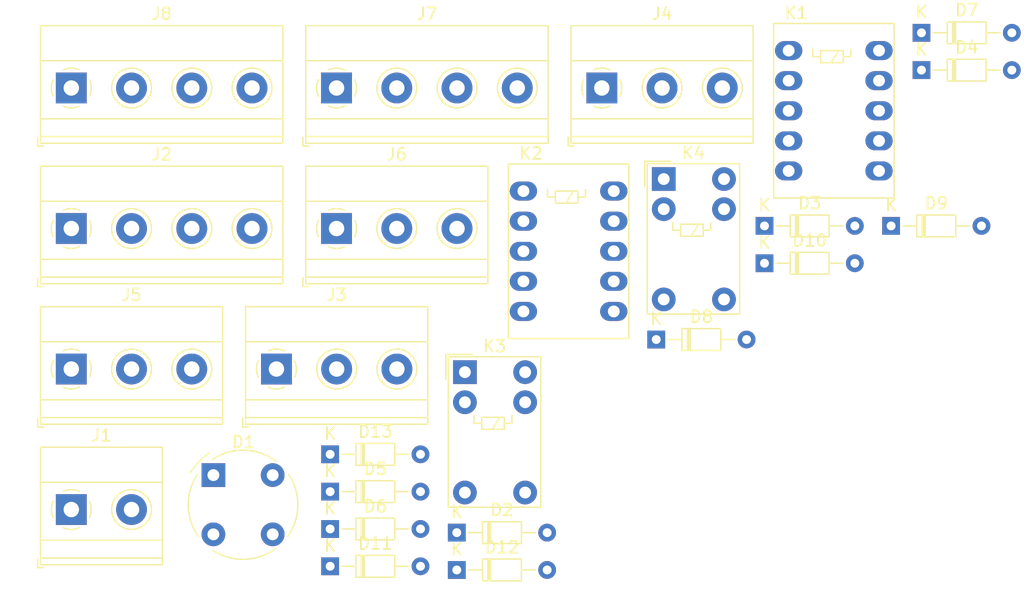
<source format=kicad_pcb>
(kicad_pcb (version 20211014) (generator pcbnew)
  (layers (0 "F.Cu" signal) (31 "B.Cu" signal) (34 "B.Paste" user) (35 "F.Paste" user) (36 "B.SilkS" user "B.Silkscreen") (37 "F.SilkS" user "F.Silkscreen") (38 "B.Mask" user) (39 "F.Mask" user) (44 "Edge.Cuts" user))
  (net 0 "")
  (net 1 "VCC")
  (net 2 "/pow2")
  (net 3 "GND")
  (net 4 "/pow1")
  (net 5 "Net-(D2-Pad1)")
  (net 6 "/track1")
  (net 7 "Net-(D3-Pad1)")
  (net 8 "Net-(D4-Pad1)")
  (net 9 "Net-(D5-Pad1)")
  (net 10 "/DCC_B")
  (net 11 "/track2")
  (net 12 "/DCC_A")
  (net 13 "Net-(D10-Pad2)")
  (net 14 "Net-(D10-Pad1)")
  (net 15 "Net-(D11-Pad1)")
  (net 16 "Net-(D12-Pad1)")
  (net 17 "Net-(J3-Pad1)")
  (net 18 "Net-(J3-Pad3)")
  (net 19 "Net-(J4-Pad1)")
  (net 20 "Net-(J4-Pad3)")
  (net 21 "Net-(J5-Pad1)")
  (net 22 "Net-(J5-Pad3)")
  (net 23 "/stop1")
  (net 24 "/go1")
  (net 25 "/go2")
  (net 26 "/stop2")
  (footprint "Diode_THT:D_DO-34_SOD68_P7.62mm_Horizontal" (layer "F.Cu") (at 176.026228 82.006228)
    (fp_text reference "D12" (at 3.81 -1.92) (layer "F.SilkS"))
    (fp_text value "D")
    (fp_text user "K" (at 0 -1.75) (layer "F.SilkS"))
    (fp_line (start 5.45 -0.92) (end 2.17 -0.92) (layer "F.SilkS") (width 0.12))
    (fp_line (start 2.17 0.92) (end 5.45 0.92) (layer "F.SilkS") (width 0.12))
    (fp_line (start 2.17 -0.92) (end 2.17 0.92) (layer "F.SilkS") (width 0.12))
    (fp_line (start 6.63 0) (end 5.45 0) (layer "F.SilkS") (width 0.12))
    (fp_line (start 2.626 -0.92) (end 2.626 0.92) (layer "F.SilkS") (width 0.12))
    (fp_line (start 2.746 -0.92) (end 2.746 0.92) (layer "F.SilkS") (width 0.12))
    (fp_line (start 5.45 0.92) (end 5.45 -0.92) (layer "F.SilkS") (width 0.12))
    (fp_line (start 0.99 0) (end 2.17 0) (layer "F.SilkS") (width 0.12))
    (fp_line (start 2.866 -0.92) (end 2.866 0.92) (layer "F.SilkS") (width 0.12))
    (pad "1" thru_hole rect (at 0 0) (size 1.5 1.5) (drill 0.75) (layers *.Cu *.Mask) (net 16 "Net-(D12-Pad1)"))
    (pad "2" thru_hole oval (at 7.62 0) (size 1.5 1.5) (drill 0.75) (layers *.Cu *.Mask) (net 15 "Net-(D11-Pad1)"))
  )
  (footprint "Diode_THT:D_DO-34_SOD68_P7.62mm_Horizontal" (layer "F.Cu") (at 215.216228 39.816228)
    (fp_text reference "D4" (at 3.81 -1.92) (layer "F.SilkS"))
    (fp_text value "D")
    (fp_text user "K" (at 0 -1.75) (layer "F.SilkS"))
    (fp_line (start 2.626 -0.92) (end 2.626 0.92) (layer "F.SilkS") (width 0.12))
    (fp_line (start 2.17 0.92) (end 5.45 0.92) (layer "F.SilkS") (width 0.12))
    (fp_line (start 2.866 -0.92) (end 2.866 0.92) (layer "F.SilkS") (width 0.12))
    (fp_line (start 5.45 -0.92) (end 2.17 -0.92) (layer "F.SilkS") (width 0.12))
    (fp_line (start 0.99 0) (end 2.17 0) (layer "F.SilkS") (width 0.12))
    (fp_line (start 2.17 -0.92) (end 2.17 0.92) (layer "F.SilkS") (width 0.12))
    (fp_line (start 5.45 0.92) (end 5.45 -0.92) (layer "F.SilkS") (width 0.12))
    (fp_line (start 6.63 0) (end 5.45 0) (layer "F.SilkS") (width 0.12))
    (fp_line (start 2.746 -0.92) (end 2.746 0.92) (layer "F.SilkS") (width 0.12))
    (pad "1" thru_hole rect (at 0 0) (size 1.5 1.5) (drill 0.75) (layers *.Cu *.Mask) (net 8 "Net-(D4-Pad1)"))
    (pad "2" thru_hole oval (at 7.62 0) (size 1.5 1.5) (drill 0.75) (layers *.Cu *.Mask) (net 7 "Net-(D3-Pad1)"))
  )
  (footprint "Diode_THT:D_DO-34_SOD68_P7.62mm_Horizontal" (layer "F.Cu") (at 201.976228 52.966228)
    (fp_text reference "D3" (at 3.81 -1.92) (layer "F.SilkS"))
    (fp_text value "D")
    (fp_text user "K" (at 0 -1.75) (layer "F.SilkS"))
    (fp_line (start 2.746 -0.92) (end 2.746 0.92) (layer "F.SilkS") (width 0.12))
    (fp_line (start 2.17 -0.92) (end 2.17 0.92) (layer "F.SilkS") (width 0.12))
    (fp_line (start 2.866 -0.92) (end 2.866 0.92) (layer "F.SilkS") (width 0.12))
    (fp_line (start 6.63 0) (end 5.45 0) (layer "F.SilkS") (width 0.12))
    (fp_line (start 2.626 -0.92) (end 2.626 0.92) (layer "F.SilkS") (width 0.12))
    (fp_line (start 5.45 0.92) (end 5.45 -0.92) (layer "F.SilkS") (width 0.12))
    (fp_line (start 5.45 -0.92) (end 2.17 -0.92) (layer "F.SilkS") (width 0.12))
    (fp_line (start 2.17 0.92) (end 5.45 0.92) (layer "F.SilkS") (width 0.12))
    (fp_line (start 0.99 0) (end 2.17 0) (layer "F.SilkS") (width 0.12))
    (pad "1" thru_hole rect (at 0 0) (size 1.5 1.5) (drill 0.75) (layers *.Cu *.Mask) (net 7 "Net-(D3-Pad1)"))
    (pad "2" thru_hole oval (at 7.62 0) (size 1.5 1.5) (drill 0.75) (layers *.Cu *.Mask) (net 5 "Net-(D2-Pad1)"))
  )
  (footprint "Relay_THT:Relay_DPDT_FRT5" (layer "F.Cu") (at 204.016228 38.166228)
    (fp_text reference "K1" (at 0.635 -3.175) (layer "F.SilkS"))
    (fp_text value "AZ850P2-x")
    (fp_line (start 4.597 0) (end 2.692 0) (layer "F.SilkS") (width 0.12))
    (fp_line (start 4.216 0) (end 3.581 1.016) (layer "F.SilkS") (width 0.12))
    (fp_line (start 5.232 -0.127) (end 5.232 0.508) (layer "F.SilkS") (width 0.12))
    (fp_line (start -1.27 12.446) (end -1.27 -2.286) (layer "F.SilkS") (width 0.12))
    (fp_line (start 4.597 0) (end 4.597 1.016) (layer "F.SilkS") (width 0.12))
    (fp_line (start 2.032 0.508) (end 2.692 0.508) (layer "F.SilkS") (width 0.12))
    (fp_line (start 8.89 12.446) (end -1.27 12.446) (layer "F.SilkS") (width 0.12))
    (fp_line (start -1.27 -2.286) (end 8.89 -2.286) (layer "F.SilkS") (width 0.12))
    (fp_line (start 8.89 -2.286) (end 8.89 12.446) (layer "F.SilkS") (width 0.12))
    (fp_line (start 5.232 0.508) (end 4.597 0.508) (layer "F.SilkS") (width 0.12))
    (fp_line (start 2.032 -0.127) (end 2.032 0.508) (layer "F.SilkS") (width 0.12))
    (fp_line (start 2.692 1.016) (end 4.597 1.016) (layer "F.SilkS") (width 0.12))
    (fp_line (start 2.692 0) (end 2.692 1.016) (layer "F.SilkS") (width 0.12))
    (pad "1" thru_hole oval (at 0 0) (size 2.3 1.6) (drill 1) (layers *.Cu *.Mask) (net 1 "VCC"))
    (pad "2" thru_hole oval (at 0 2.54) (size 2.3 1.6) (drill 1) (layers *.Cu *.Mask) (net 6 "/track1"))
    (pad "3" thru_hole oval (at 0 5.08) (size 2.3 1.6) (drill 1) (layers *.Cu *.Mask) (net 10 "/DCC_B"))
    (pad "4" thru_hole oval (at 0 7.62) (size 2.3 1.6) (drill 1) (layers *.Cu *.Mask))
    (pad "5" thru_hole oval (at 0 10.16) (size 2.3 1.6) (drill 1) (layers *.Cu *.Mask) (net 25 "/go2"))
    (pad "6" thru_hole oval (at 7.62 10.16) (size 2.3 1.6) (drill 1) (layers *.Cu *.Mask) (net 23 "/stop1"))
    (pad "7" thru_hole oval (at 7.62 7.62) (size 2.3 1.6) (drill 1) (layers *.Cu *.Mask) (net 17 "Net-(J3-Pad1)"))
    (pad "8" thru_hole oval (at 7.62 5.08) (size 2.3 1.6) (drill 1) (layers *.Cu *.Mask) (net 3 "GND"))
    (pad "9" thru_hole oval (at 7.62 2.54) (size 2.3 1.6) (drill 1) (layers *.Cu *.Mask) (net 18 "Net-(J3-Pad3)"))
    (pad "10" thru_hole oval (at 7.62 0) (size 2.3 1.6) (drill 1) (layers *.Cu *.Mask) (net 1 "VCC"))
  )
  (footprint "TerminalBlock_Phoenix:TerminalBlock_Phoenix_MKDS-1,5-2-5.08_1x02_P5.08mm_Horizontal" (layer "F.Cu") (at 143.516228 76.906228)
    (fp_text reference "J1" (at 2.54 -6.26) (layer "F.SilkS"))
    (fp_text value "Screw_Terminal_01x02")
    (fp_line (start -2.6 -5.261) (end -2.6 4.66) (layer "F.SilkS") (width 0.12))
    (fp_line (start -2.6 -5.261) (end 7.68 -5.261) (layer "F.SilkS") (width 0.12))
    (fp_line (start 7.68 -5.261) (end 7.68 4.66) (layer "F.SilkS") (width 0.12))
    (fp_line (start 6.355 -1.069) (end 6.308 -1.023) (layer "F.SilkS") (width 0.12))
    (fp_line (start -2.84 4.16) (end -2.84 4.9) (layer "F.SilkS") (width 0.12))
    (fp_line (start -2.6 4.1) (end 7.68 4.1) (layer "F.SilkS") (width 0.12))
    (fp_line (start 6.15 -1.275) (end 6.115 -1.239) (layer "F.SilkS") (width 0.12))
    (fp_line (start -2.6 -2.301) (end 7.68 -2.301) (layer "F.SilkS") (width 0.12))
    (fp_line (start -2.84 4.9) (end -2.34 4.9) (layer "F.SilkS") (width 0.12))
    (fp_line (start 3.853 1.023) (end 3.806 1.069) (layer "F.SilkS") (width 0.12))
    (fp_line (start -2.6 2.6) (end 7.68 2.6) (layer "F.SilkS") (width 0.12))
    (fp_line (start -2.6 4.66) (end 7.68 4.66) (layer "F.SilkS") (width 0.12))
    (fp_line (start 4.046 1.239) (end 4.011 1.274) (layer "F.SilkS") (width 0.12))
    (fp_arc (start 0.683318 1.534756) (mid 0.349292 1.643288) (end 0 1.68) (layer "F.SilkS") (width 0.12))
    (fp_arc (start 0.028805 1.680253) (mid -0.335551 1.646659) (end -0.684 1.535) (layer "F.SilkS") (width 0.12))
    (fp_arc (start -0.683042 -1.535427) (mid 0.000524 -1.680501) (end 0.684 -1.535) (layer "F.SilkS") (width 0.12))
    (fp_arc (start -1.535427 0.683042) (mid -1.680501 -0.000524) (end -1.535 -0.684) (layer "F.SilkS") (width 0.12))
    (fp_arc (start 1.535427 -0.683042) (mid 1.680501 0.000524) (end 1.535 0.684) (layer "F.SilkS") (width 0.12))
    (fp_circle (center 5.08 0) (end 6.76 0) (layer "F.SilkS") (width 0.12) (fill none))
    (pad "1" thru_hole rect (at 0 0) (size 2.6 2.6) (drill 1.3) (layers *.Cu *.Mask) (net 4 "/pow1"))
    (pad "2" thru_hole circle (at 5.08 0) (size 2.6 2.6) (drill 1.3) (layers *.Cu *.Mask) (net 2 "/pow2"))
  )
  (footprint "Diode_THT:D_DO-34_SOD68_P7.62mm_Horizontal" (layer "F.Cu") (at 212.656228 52.966228)
    (fp_text reference "D9" (at 3.81 -1.92) (layer "F.SilkS"))
    (fp_text value "D")
    (fp_text user "K" (at 0 -1.75) (layer "F.SilkS"))
    (fp_line (start 2.746 -0.92) (end 2.746 0.92) (layer "F.SilkS") (width 0.12))
    (fp_line (start 5.45 -0.92) (end 2.17 -0.92) (layer "F.SilkS") (width 0.12))
    (fp_line (start 5.45 0.92) (end 5.45 -0.92) (layer "F.SilkS") (width 0.12))
    (fp_line (start 0.99 0) (end 2.17 0) (layer "F.SilkS") (width 0.12))
    (fp_line (start 6.63 0) (end 5.45 0) (layer "F.SilkS") (width 0.12))
    (fp_line (start 2.866 -0.92) (end 2.866 0.92) (layer "F.SilkS") (width 0.12))
    (fp_line (start 2.626 -0.92) (end 2.626 0.92) (layer "F.SilkS") (width 0.12))
    (fp_line (start 2.17 0.92) (end 5.45 0.92) (layer "F.SilkS") (width 0.12))
    (fp_line (start 2.17 -0.92) (end 2.17 0.92) (layer "F.SilkS") (width 0.12))
    (pad "1" thru_hole rect (at 0 0) (size 1.5 1.5) (drill 0.75) (layers *.Cu *.Mask) (net 13 "Net-(D10-Pad2)"))
    (pad "2" thru_hole oval (at 7.62 0) (size 1.5 1.5) (drill 0.75) (layers *.Cu *.Mask) (net 11 "/track2"))
  )
  (footprint "Diode_THT:D_DO-34_SOD68_P7.62mm_Horizontal" (layer "F.Cu") (at 165.346228 78.546228)
    (fp_text reference "D6" (at 3.81 -1.92) (layer "F.SilkS"))
    (fp_text value "D")
    (fp_text user "K" (at 0 -1.75) (layer "F.SilkS"))
    (fp_line (start 2.17 0.92) (end 5.45 0.92) (layer "F.SilkS") (width 0.12))
    (fp_line (start 5.45 -0.92) (end 2.17 -0.92) (layer "F.SilkS") (width 0.12))
    (fp_line (start 6.63 0) (end 5.45 0) (layer "F.SilkS") (width 0.12))
    (fp_line (start 2.866 -0.92) (end 2.866 0.92) (layer "F.SilkS") (width 0.12))
    (fp_line (start 5.45 0.92) (end 5.45 -0.92) (layer "F.SilkS") (width 0.12))
    (fp_line (start 2.17 -0.92) (end 2.17 0.92) (layer "F.SilkS") (width 0.12))
    (fp_line (start 2.626 -0.92) (end 2.626 0.92) (layer "F.SilkS") (width 0.12))
    (fp_line (start 2.746 -0.92) (end 2.746 0.92) (layer "F.SilkS") (width 0.12))
    (fp_line (start 0.99 0) (end 2.17 0) (layer "F.SilkS") (width 0.12))
    (pad "1" thru_hole rect (at 0 0) (size 1.5 1.5) (drill 0.75) (layers *.Cu *.Mask) (net 10 "/DCC_B"))
    (pad "2" thru_hole oval (at 7.62 0) (size 1.5 1.5) (drill 0.75) (layers *.Cu *.Mask) (net 9 "Net-(D5-Pad1)"))
  )
  (footprint "Relay_THT:Relay_SPDT_Omron_G5V-1" (layer "F.Cu") (at 193.481228 49.011228)
    (fp_text reference "K4" (at 2.5 -2.2) (layer "F.SilkS"))
    (fp_text value "G5V-1")
    (fp_line (start 3.962 3.683) (end 3.962 4.318) (layer "F.SilkS") (width 0.12))
    (fp_line (start 3.962 4.318) (end 3.327 4.318) (layer "F.SilkS") (width 0.12))
    (fp_line (start -1.4 11.4) (end -1.4 -1.3) (layer "F.SilkS") (width 0.12))
    (fp_line (start 6.4 -1.3) (end 6.4 11.4) (layer "F.SilkS") (width 0.12))
    (fp_line (start 2.946 3.81) (end 2.311 4.826) (layer "F.SilkS") (width 0.12))
    (fp_line (start 1.422 3.81) (end 1.422 4.826) (layer "F.SilkS") (width 0.12))
    (fp_line (start 6.4 11.4) (end -1.4 11.4) (layer "F.SilkS") (width 0.12))
    (fp_line (start 0.762 3.683) (end 0.762 4.318) (layer "F.SilkS") (width 0.12))
    (fp_line (start 3.327 3.81) (end 3.327 4.826) (layer "F.SilkS") (width 0.12))
    (fp_line (start 1.422 4.826) (end 3.327 4.826) (layer "F.SilkS") (width 0.12))
    (fp_line (start -1.4 -1.3) (end 6.4 -1.3) (layer "F.SilkS") (width 0.12))
    (fp_line (start -1.6 -1.5) (end 0.6 -1.5) (layer "F.SilkS") (width 0.12))
    (fp_line (start 0.762 4.318) (end 1.422 4.318) (layer "F.SilkS") (width 0.12))
    (fp_line (start 3.327 3.81) (end 1.422 3.81) (layer "F.SilkS") (width 0.12))
    (fp_line (start -1.6 0.6) (end -1.6 -1.5) (layer "F.SilkS") (width 0.12))
    (pad "1" thru_hole rect (at 0 0) (size 2 2) (drill 1) (layers *.Cu *.Mask))
    (pad "2" thru_hole circle (at 0 2.54) (size 2 2) (drill 1) (layers *.Cu *.Mask) (net 25 "/go2"))
    (pad "5" thru_hole circle (at 0 10.16) (size 2 2) (drill 1) (layers *.Cu *.Mask) (net 3 "GND"))
    (pad "6" thru_hole circle (at 5.08 10.16) (size 2 2) (drill 1) (layers *.Cu *.Mask) (net 3 "GND"))
    (pad "9" thru_hole circle (at 5.08 2.54) (size 2 2) (drill 1) (layers *.Cu *.Mask) (net 1 "VCC"))
    (pad "10" thru_hole circle (at 5.08 0) (size 2 2) (drill 1) (layers *.Cu *.Mask) (net 21 "Net-(J5-Pad1)"))
  )
  (footprint "Diode_THT:D_DO-34_SOD68_P7.62mm_Horizontal" (layer "F.Cu") (at 215.216228 36.666228)
    (fp_text reference "D7" (at 3.81 -1.92) (layer "F.SilkS"))
    (fp_text value "D")
    (fp_text user "K" (at 0 -1.75) (layer "F.SilkS"))
    (fp_line (start 2.746 -0.92) (end 2.746 0.92) (layer "F.SilkS") (width 0.12))
    (fp_line (start 5.45 -0.92) (end 2.17 -0.92) (layer "F.SilkS") (width 0.12))
    (fp_line (start 2.17 -0.92) (end 2.17 0.92) (layer "F.SilkS") (width 0.12))
    (fp_line (start 5.45 0.92) (end 5.45 -0.92) (layer "F.SilkS") (width 0.12))
    (fp_line (start 2.866 -0.92) (end 2.866 0.92) (layer "F.SilkS") (width 0.12))
    (fp_line (start 0.99 0) (end 2.17 0) (layer "F.SilkS") (width 0.12))
    (fp_line (start 2.626 -0.92) (end 2.626 0.92) (layer "F.SilkS") (width 0.12))
    (fp_line (start 6.63 0) (end 5.45 0) (layer "F.SilkS") (width 0.12))
    (fp_line (start 2.17 0.92) (end 5.45 0.92) (layer "F.SilkS") (width 0.12))
    (pad "1" thru_hole rect (at 0 0) (size 1.5 1.5) (drill 0.75) (layers *.Cu *.Mask) (net 6 "/track1"))
    (pad "2" thru_hole oval (at 7.62 0) (size 1.5 1.5) (drill 0.75) (layers *.Cu *.Mask) (net 10 "/DCC_B"))
  )
  (footprint "TerminalBlock_Phoenix:TerminalBlock_Phoenix_MKDS-1,5-3-5.08_1x03_P5.08mm_Horizontal" (layer "F.Cu") (at 188.256228 41.326228)
    (fp_text reference "J4" (at 5.08 -6.26) (layer "F.SilkS"))
    (fp_text value "signal")
    (fp_line (start -2.6 -5.261) (end -2.6 4.66) (layer "F.SilkS") (width 0.12))
    (fp_line (start -2.6 -2.301) (end 12.76 -2.301) (layer "F.SilkS") (width 0.12))
    (fp_line (start -2.6 -5.261) (end 12.76 -5.261) (layer "F.SilkS") (width 0.12))
    (fp_line (start -2.84 4.16) (end -2.84 4.9) (layer "F.SilkS") (width 0.12))
    (fp_line (start 12.76 -5.261) (end 12.76 4.66) (layer "F.SilkS") (width 0.12))
    (fp_line (start 6.15 -1.275) (end 6.115 -1.239) (layer "F.SilkS") (width 0.12))
    (fp_line (start 6.355 -1.069) (end 6.308 -1.023) (layer "F.SilkS") (width 0.12))
    (fp_line (start -2.6 4.66) (end 12.76 4.66) (layer "F.SilkS") (width 0.12))
    (fp_line (start 11.435 -1.069) (end 11.388 -1.023) (layer "F.SilkS") (width 0.12))
    (fp_line (start 11.23 -1.275) (end 11.195 -1.239) (layer "F.SilkS") (width 0.12))
    (fp_line (start 3.853 1.023) (end 3.806 1.069) (layer "F.SilkS") (width 0.12))
    (fp_line (start 4.046 1.239) (end 4.011 1.274) (layer "F.SilkS") (width 0.12))
    (fp_line (start -2.6 4.1) (end 12.76 4.1) (layer "F.SilkS") (width 0.12))
    (fp_line (start -2.84 4.9) (end -2.34 4.9) (layer "F.SilkS") (width 0.12))
    (fp_line (start -2.6 2.6) (end 12.76 2.6) (layer "F.SilkS") (width 0.12))
    (fp_line (start 9.126 1.239) (end 9.091 1.274) (layer "F.SilkS") (width 0.12))
    (fp_line (start 8.933 1.023) (end 8.886 1.069) (layer "F.SilkS") (width 0.12))
    (fp_arc (start -0.683042 -1.535427) (mid 0.000524 -1.680501) (end 0.684 -1.535) (layer "F.SilkS") (width 0.12))
    (fp_arc (start -1.535427 0.683042) (mid -1.680501 -0.000524) (end -1.535 -0.684) (layer "F.SilkS") (width 0.12))
    (fp_arc (start 0.028805 1.680253) (mid -0.335551 1.646659) (end -0.684 1.535) (layer "F.SilkS") (width 0.12))
    (fp_arc (start 0.683318 1.534756) (mid 0.349292 1.643288) (end 0 1.68) (layer "F.SilkS") (width 0.12))
    (fp_arc (start 1.535427 -0.683042) (mid 1.680501 0.000524) (end 1.535 0.684) (layer "F.SilkS") (width 0.12))
    (fp_circle (center 5.08 0) (end 6.76 0) (layer "F.SilkS") (width 0.12) (fill none))
    (fp_circle (center 10.16 0) (end 11.84 0) (layer "F.SilkS") (width 0.12) (fill none))
    (pad "1" thru_hole rect (at 0 0) (size 2.6 2.6) (drill 1.3) (layers *.Cu *.Mask) (net 19 "Net-(J4-Pad1)"))
    (pad "2" thru_hole circle (at 5.08 0) (size 2.6 2.6) (drill 1.3) (layers *.Cu *.Mask) (net 1 "VCC"))
    (pad "3" thru_hole circle (at 10.16 0) (size 2.6 2.6) (drill 1.3) (layers *.Cu *.Mask) (net 20 "Net-(J4-Pad3)"))
  )
  (footprint "Diode_THT:D_DO-34_SOD68_P7.62mm_Horizontal" (layer "F.Cu") (at 165.346228 81.696228)
    (fp_text reference "D11" (at 3.81 -1.92) (layer "F.SilkS"))
    (fp_text value "D")
    (fp_text user "K" (at 0 -1.75) (layer "F.SilkS"))
    (fp_line (start 5.45 0.92) (end 5.45 -0.92) (layer "F.SilkS") (width 0.12))
    (fp_line (start 0.99 0) (end 2.17 0) (layer "F.SilkS") (width 0.12))
    (fp_line (start 2.746 -0.92) (end 2.746 0.92) (layer "F.SilkS") (width 0.12))
    (fp_line (start 2.626 -0.92) (end 2.626 0.92) (layer "F.SilkS") (width 0.12))
    (fp_line (start 2.866 -0.92) (end 2.866 0.92) (layer "F.SilkS") (width 0.12))
    (fp_line (start 2.17 -0.92) (end 2.17 0.92) (layer "F.SilkS") (width 0.12))
    (fp_line (start 5.45 -0.92) (end 2.17 -0.92) (layer "F.SilkS") (width 0.12))
    (fp_line (start 6.63 0) (end 5.45 0) (layer "F.SilkS") (width 0.12))
    (fp_line (start 2.17 0.92) (end 5.45 0.92) (layer "F.SilkS") (width 0.12))
    (pad "1" thru_hole rect (at 0 0) (size 1.5 1.5) (drill 0.75) (layers *.Cu *.Mask) (net 15 "Net-(D11-Pad1)"))
    (pad "2" thru_hole oval (at 7.62 0) (size 1.5 1.5) (drill 0.75) (layers *.Cu *.Mask) (net 14 "Net-(D10-Pad1)"))
  )
  (footprint "Relay_THT:Relay_DPDT_FRT5" (layer "F.Cu") (at 181.646228 50.026228)
    (fp_text reference "K2" (at 0.635 -3.175) (layer "F.SilkS"))
    (fp_text value "AZ850P2-x")
    (fp_line (start 4.216 0) (end 3.581 1.016) (layer "F.SilkS") (width 0.12))
    (fp_line (start -1.27 -2.286) (end 8.89 -2.286) (layer "F.SilkS") (width 0.12))
    (fp_line (start 2.692 0) (end 2.692 1.016) (layer "F.SilkS") (width 0.12))
    (fp_line (start 8.89 12.446) (end -1.27 12.446) (layer "F.SilkS") (width 0.12))
    (fp_line (start 4.597 0) (end 4.597 1.016) (layer "F.SilkS") (width 0.12))
    (fp_line (start 5.232 -0.127) (end 5.232 0.508) (layer "F.SilkS") (width 0.12))
    (fp_line (start 5.232 0.508) (end 4.597 0.508) (layer "F.SilkS") (width 0.12))
    (fp_line (start -1.27 12.446) (end -1.27 -2.286) (layer "F.SilkS") (width 0.12))
    (fp_line (start 2.692 1.016) (end 4.597 1.016) (layer "F.SilkS") (width 0.12))
    (fp_line (start 4.597 0) (end 2.692 0) (layer "F.SilkS") (width 0.12))
    (fp_line (start 2.032 -0.127) (end 2.032 0.508) (layer "F.SilkS") (width 0.12))
    (fp_line (start 2.032 0.508) (end 2.692 0.508) (layer "F.SilkS") (width 0.12))
    (fp_line (start 8.89 -2.286) (end 8.89 12.446) (layer "F.SilkS") (width 0.12))
    (pad "1" thru_hole oval (at 0 0) (size 2.3 1.6) (drill 1) (layers *.Cu *.Mask) (net 1 "VCC"))
    (pad "2" thru_hole oval (at 0 2.54) (size 2.3 1.6) (drill 1) (layers *.Cu *.Mask) (net 11 "/track2"))
    (pad "3" thru_hole oval (at 0 5.08) (size 2.3 1.6) (drill 1) (layers *.Cu *.Mask) (net 12 "/DCC_A"))
    (pad "4" thru_hole oval (at 0 7.62) (size 2.3 1.6) (drill 1) (layers *.Cu *.Mask))
    (pad "5" thru_hole oval (at 0 10.16) (size 2.3 1.6) (drill 1) (layers *.Cu *.Mask) (net 24 "/go1"))
    (pad "6" thru_hole oval (at 7.62 10.16) (size 2.3 1.6) (drill 1) (layers *.Cu *.Mask) (net 26 "/stop2"))
    (pad "7" thru_hole oval (at 7.62 7.62) (size 2.3 1.6) (drill 1) (layers *.Cu *.Mask) (net 20 "Net-(J4-Pad3)"))
    (pad "8" thru_hole oval (at 7.62 5.08) (size 2.3 1.6) (drill 1) (layers *.Cu *.Mask) (net 3 "GND"))
    (pad "9" thru_hole oval (at 7.62 2.54) (size 2.3 1.6) (drill 1) (layers *.Cu *.Mask) (net 19 "Net-(J4-Pad1)"))
    (pad "10" thru_hole oval (at 7.62 0) (size 2.3 1.6) (drill 1) (layers *.Cu *.Mask) (net 1 "VCC"))
  )
  (footprint "TerminalBlock_Phoenix:TerminalBlock_Phoenix_MKDS-1,5-4-5.08_1x04_P5.08mm_Horizontal" (layer "F.Cu") (at 143.516228 41.326228)
    (fp_text reference "J8" (at 7.62 -6.26) (layer "F.SilkS"))
    (fp_text value "reed")
    (fp_line (start -2.6 -5.261) (end -2.6 4.66) (layer "F.SilkS") (width 0.12))
    (fp_line (start 6.355 -1.069) (end 6.308 -1.023) (layer "F.SilkS") (width 0.12))
    (fp_line (start 3.853 1.023) (end 3.806 1.069) (layer "F.SilkS") (width 0.12))
    (fp_line (start 4.046 1.239) (end 4.011 1.274) (layer "F.SilkS") (width 0.12))
    (fp_line (start 9.126 1.239) (end 9.091 1.274) (layer "F.SilkS") (width 0.12))
    (fp_line (start -2.84 4.9) (end -2.34 4.9) (layer "F.SilkS") (width 0.12))
    (fp_line (start 14.206 1.239) (end 14.171 1.274) (layer "F.SilkS") (width 0.12))
    (fp_line (start 6.15 -1.275) (end 6.115 -1.239) (layer "F.SilkS") (width 0.12))
    (fp_line (start 17.84 -5.261) (end 17.84 4.66) (layer "F.SilkS") (width 0.12))
    (fp_line (start 11.435 -1.069) (end 11.388 -1.023) (layer "F.SilkS") (width 0.12))
    (fp_line (start -2.6 4.1) (end 17.84 4.1) (layer "F.SilkS") (width 0.12))
    (fp_line (start 16.31 -1.275) (end 16.275 -1.239) (layer "F.SilkS") (width 0.12))
    (fp_line (start 8.933 1.023) (end 8.886 1.069) (layer "F.SilkS") (width 0.12))
    (fp_line (start -2.6 2.6) (end 17.84 2.6) (layer "F.SilkS") (width 0.12))
    (fp_line (start -2.6 -5.261) (end 17.84 -5.261) (layer "F.SilkS") (width 0.12))
    (fp_line (start -2.84 4.16) (end -2.84 4.9) (layer "F.SilkS") (width 0.12))
    (fp_line (start -2.6 -2.301) (end 17.84 -2.301) (layer "F.SilkS") (width 0.12))
    (fp_line (start 16.515 -1.069) (end 16.468 -1.023) (layer "F.SilkS") (width 0.12))
    (fp_line (start 11.23 -1.275) (end 11.195 -1.239) (layer "F.SilkS") (width 0.12))
    (fp_line (start 14.013 1.023) (end 13.966 1.069) (layer "F.SilkS") (width 0.12))
    (fp_line (start -2.6 4.66) (end 17.84 4.66) (layer "F.SilkS") (width 0.12))
    (fp_arc (start -1.535427 0.683042) (mid -1.680501 -0.000524) (end -1.535 -0.684) (layer "F.SilkS") (width 0.12))
    (fp_arc (start -0.683042 -1.535427) (mid 0.000524 -1.680501) (end 0.684 -1.535) (layer "F.SilkS") (width 0.12))
    (fp_arc (start 0.683318 1.534756) (mid 0.349292 1.643288) (end 0 1.68) (layer "F.SilkS") (width 0.12))
    (fp_arc (start 1.535427 -0.683042) (mid 1.680501 0.000524) (end 1.535 0.684) (layer "F.SilkS") (width 0.12))
    (fp_arc (start 0.028805 1.680253) (mid -0.335551 1.646659) (end -0.684 1.535) (layer "F.SilkS") (width 0.12))
    (fp_circle (center 10.16 0) (end 11.84 0) (layer "F.SilkS") (width 0.12) (fill none))
    (fp_circle (center 5.08 0) (end 6.76 0) (layer "F.SilkS") (width 0.12) (fill none))
    (fp_circle (center 15.24 0) (end 16.92 0) (layer "F.SilkS") (width 0.12) (fill none))
    (pad "1" thru_hole rect (at 0 0) (size 2.6 2.6) (drill 1.3) (layers *.Cu *.Mask) (net 3 "GND"))
    (pad "2" thru_hole circle (at 5.08 0) (size 2.6 2.6) (drill 1.3) (layers *.Cu *.Mask) (net 25 "/go2"))
    (pad "3" thru_hole circle (at 10.16 0) (size 2.6 2.6) (drill 1.3) (layers *.Cu *.Mask) (net 3 "GND"))
    (pad "4" thru_hole circle (at 15.24 0) (size 2.6 2.6) (drill 1.3) (layers *.Cu *.Mask) (net 26 "/stop2"))
  )
  (footprint "TerminalBlock_Phoenix:TerminalBlock_Phoenix_MKDS-1,5-3-5.08_1x03_P5.08mm_Horizontal" (layer "F.Cu") (at 143.516228 65.046228)
    (fp_text reference "J5" (at 5.08 -6.26) (layer "F.SilkS"))
    (fp_text value "Points")
    (fp_line (start 6.15 -1.275) (end 6.115 -1.239) (layer "F.SilkS") (width 0.12))
    (fp_line (start 9.126 1.239) (end 9.091 1.274) (layer "F.SilkS") (width 0.12))
    (fp_line (start 8.933 1.023) (end 8.886 1.069) (layer "F.SilkS") (width 0.12))
    (fp_line (start -2.6 -5.261) (end 12.76 -5.261) (layer "F.SilkS") (width 0.12))
    (fp_line (start -2.6 -2.301) (end 12.76 -2.301) (layer "F.SilkS") (width 0.12))
    (fp_line (start -2.6 4.1) (end 12.76 4.1) (layer "F.SilkS") (width 0.12))
    (fp_line (start -2.6 4.66) (end 12.76 4.66) (layer "F.SilkS") (width 0.12))
    (fp_line (start 3.853 1.023) (end 3.806 1.069) (layer "F.SilkS") (width 0.12))
    (fp_line (start -2.6 -5.261) (end -2.6 4.66) (layer "F.SilkS") (width 0.12))
    (fp_line (start -2.84 4.9) (end -2.34 4.9) (layer "F.SilkS") (width 0.12))
    (fp_line (start 4.046 1.239) (end 4.011 1.274) (layer "F.SilkS") (width 0.12))
    (fp_line (start 6.355 -1.069) (end 6.308 -1.023) (layer "F.SilkS") (width 0.12))
    (fp_line (start 11.23 -1.275) (end 11.195 -1.239) (layer "F.SilkS") (width 0.12))
    (fp_line (start -2.6 2.6) (end 12.76 2.6) (layer "F.SilkS") (width 0.12))
    (fp_line (start 11.435 -1.069) (end 11.388 -1.023) (layer "F.SilkS") (width 0.12))
    (fp_line (start 12.76 -5.261) (end 12.76 4.66) (layer "F.SilkS") (width 0.12))
    (fp_line (start -2.84 4.16) (end -2.84 4.9) (layer "F.SilkS") (width 0.12))
    (fp_arc (start 0.028805 1.680253) (mid -0.335551 1.646659) (end -0.684 1.535) (layer "F.SilkS") (width 0.12))
    (fp_arc (start -0.683042 -1.535427) (mid 0.000524 -1.680501) (end 0.684 -1.535) (layer "F.SilkS") (width 0.12))
    (fp_arc (start 1.535427 -0.683042) (mid 1.680501 0.000524) (end 1.535 0.684) (layer "F.SilkS") (width 0.12))
    (fp_arc (start -1.535427 0.683042) (mid -1.680501 -0.000524) (end -1.535 -0.684) (layer "F.SilkS") (width 0.12))
    (fp_arc (start 0.683318 1.534756) (mid 0.349292 1.643288) (end 0 1.68) (layer "F.SilkS") (width 0.12))
    (fp_circle (center 10.16 0) (end 11.84 0) (layer "F.SilkS") (width 0.12) (fill none))
    (fp_circle (center 5.08 0) (end 6.76 0) (layer "F.SilkS") (width 0.12) (fill none))
    (pad "1" thru_hole rect (at 0 0) (size 2.6 2.6) (drill 1.3) (layers *.Cu *.Mask) (net 21 "Net-(J5-Pad1)"))
    (pad "2" thru_hole circle (at 5.08 0) (size 2.6 2.6) (drill 1.3) (layers *.Cu *.Mask) (net 1 "VCC"))
    (pad "3" thru_hole circle (at 10.16 0) (size 2.6 2.6) (drill 1.3) (layers *.Cu *.Mask) (net 22 "Net-(J5-Pad3)"))
  )
  (footprint "Diode_THT:D_DO-34_SOD68_P7.62mm_Horizontal" (layer "F.Cu") (at 192.846228 62.556228)
    (fp_text reference "D8" (at 3.81 -1.92) (layer "F.SilkS"))
    (fp_text value "D")
    (fp_text user "K" (at 0 -1.75) (layer "F.SilkS"))
    (fp_line (start 6.63 0) (end 5.45 0) (layer "F.SilkS") (width 0.12))
    (fp_line (start 2.626 -0.92) (end 2.626 0.92) (layer "F.SilkS") (width 0.12))
    (fp_line (start 5.45 0.92) (end 5.45 -0.92) (layer "F.SilkS") (width 0.12))
    (fp_line (start 2.746 -0.92) (end 2.746 0.92) (layer "F.SilkS") (width 0.12))
    (fp_line (start 2.17 0.92) (end 5.45 0.92) (layer "F.SilkS") (width 0.12))
    (fp_line (start 2.17 -0.92) (end 2.17 0.92) (layer "F.SilkS") (width 0.12))
    (fp_line (start 2.866 -0.92) (end 2.866 0.92) (layer "F.SilkS") (width 0.12))
    (fp_line (start 5.45 -0.92) (end 2.17 -0.92) (layer "F.SilkS") (width 0.12))
    (fp_line (start 0.99 0) (end 2.17 0) (layer "F.SilkS") (width 0.12))
    (pad "1" thru_hole rect (at 0 0) (size 1.5 1.5) (drill 0.75) (layers *.Cu *.Mask) (net 11 "/track2"))
    (pad "2" thru_hole oval (at 7.62 0) (size 1.5 1.5) (drill 0.75) (layers *.Cu *.Mask) (net 12 "/DCC_A"))
  )
  (footprint "Diode_THT:D_DO-34_SOD68_P7.62mm_Horizontal" (layer "F.Cu") (at 165.346228 75.396228)
    (fp_text reference "D5" (at 3.81 -1.92) (layer "F.SilkS"))
    (fp_text value "D")
    (fp_text user "K" (at 0 -1.75) (layer "F.SilkS"))
    (fp_line (start 2.626 -0.92) (end 2.626 0.92) (layer "F.SilkS") (width 0.12))
    (fp_line (start 2.17 0.92) (end 5.45 0.92) (layer "F.SilkS") (width 0.12))
    (fp_line (start 6.63 0) (end 5.45 0) (layer "F.SilkS") (width 0.12))
    (fp_line (start 2.746 -0.92) (end 2.746 0.92) (layer "F.SilkS") (width 0.12))
    (fp_line (start 5.45 -0.92) (end 2.17 -0.92) (layer "F.SilkS") (width 0.12))
    (fp_line (start 5.45 0.92) (end 5.45 -0.92) (layer "F.SilkS") (width 0.12))
    (fp_line (start 2.866 -0.92) (end 2.866 0.92) (layer "F.SilkS") (width 0.12))
    (fp_line (start 2.17 -0.92) (end 2.17 0.92) (layer "F.SilkS") (width 0.12))
    (fp_line (start 0.99 0) (end 2.17 0) (layer "F.SilkS") (width 0.12))
    (pad "1" thru_hole rect (at 0 0) (size 1.5 1.5) (drill 0.75) (layers *.Cu *.Mask) (net 9 "Net-(D5-Pad1)"))
    (pad "2" thru_hole oval (at 7.62 0) (size 1.5 1.5) (drill 0.75) (layers *.Cu *.Mask) (net 8 "Net-(D4-Pad1)"))
  )
  (footprint "TerminalBlock_Phoenix:TerminalBlock_Phoenix_MKDS-1,5-3-5.08_1x03_P5.08mm_Horizontal" (layer "F.Cu") (at 165.886228 53.186228)
    (fp_text reference "J6" (at 5.08 -6.26) (layer "F.SilkS"))
    (fp_text value "points")
    (fp_line (start -2.6 -2.301) (end 12.76 -2.301) (layer "F.SilkS") (width 0.12))
    (fp_line (start -2.6 -5.261) (end 12.76 -5.261) (layer "F.SilkS") (width 0.12))
    (fp_line (start -2.6 4.66) (end 12.76 4.66) (layer "F.SilkS") (width 0.12))
    (fp_line (start -2.6 4.1) (end 12.76 4.1) (layer "F.SilkS") (width 0.12))
    (fp_line (start 4.046 1.239) (end 4.011 1.274) (layer "F.SilkS") (width 0.12))
    (fp_line (start 6.15 -1.275) (end 6.115 -1.239) (layer "F.SilkS") (width 0.12))
    (fp_line (start -2.84 4.9) (end -2.34 4.9) (layer "F.SilkS") (width 0.12))
    (fp_line (start 11.23 -1.275) (end 11.195 -1.239) (layer "F.SilkS") (width 0.12))
    (fp_line (start 12.76 -5.261) (end 12.76 4.66) (layer "F.SilkS") (width 0.12))
    (fp_line (start 8.933 1.023) (end 8.886 1.069) (layer "F.SilkS") (width 0.12))
    (fp_line (start 6.355 -1.069) (end 6.308 -1.023) (layer "F.SilkS") (width 0.12))
    (fp_line (start -2.84 4.16) (end -2.84 4.9) (layer "F.SilkS") (width 0.12))
    (fp_line (start 3.853 1.023) (end 3.806 1.069) (layer "F.SilkS") (width 0.12))
    (fp_line (start 11.435 -1.069) (end 11.388 -1.023) (layer "F.SilkS") (width 0.12))
    (fp_line (start -2.6 2.6) (end 12.76 2.6) (layer "F.SilkS") (width 0.12))
    (fp_line (start -2.6 -5.261) (end -2.6 4.66) (layer "F.SilkS") (width 0.12))
    (fp_line (start 9.126 1.239) (end 9.091 1.274) (layer "F.SilkS") (width 0.12))
    (fp_arc (start 1.535427 -0.683042) (mid 1.680501 0.000524) (end 1.535 0.684) (layer "F.SilkS") (width 0.12))
    (fp_arc (start -1.535427 0.683042) (mid -1.680501 -0.000524) (end -1.535 -0.684) (layer "F.SilkS") (width 0.12))
    (fp_arc (start 0.683318 1.534756) (mid 0.349292 1.643288) (end 0 1.68) (layer "F.SilkS") (width 0.12))
    (fp_arc (start -0.683042 -1.535427) (mid 0.000524 -1.680501) (end 0.684 -1.535) (layer "F.SilkS") (width 0.12))
    (fp_arc (start 0.028805 1.680253) (mid -0.335551 1.646659) (end -0.684 1.535) (layer "F.SilkS") (width 0.12))
    (fp_circle (center 5.08 0) (end 6.76 0) (layer "F.SilkS") (width 0.12) (fill none))
    (fp_circle (center 10.16 0) (end 11.84 0) (layer "F.SilkS") (width 0.12) (fill none))
    (pad "1" thru_hole rect (at 0 0) (size 2.6 2.6) (drill 1.3) (layers *.Cu *.Mask) (net 22 "Net-(J5-Pad3)"))
    (pad "2" thru_hole circle (at 5.08 0) (size 2.6 2.6) (drill 1.3) (layers *.Cu *.Mask) (net 1 "VCC"))
    (pad "3" thru_hole circle (at 10.16 0) (size 2.6 2.6) (drill 1.3) (layers *.Cu *.Mask) (net 21 "Net-(J5-Pad1)"))
  )
  (footprint "TerminalBlock_Phoenix:TerminalBlock_Phoenix_MKDS-1,5-3-5.08_1x03_P5.08mm_Horizontal" (layer "F.Cu") (at 160.816228 65.046228)
    (fp_text reference "J3" (at 5.08 -6.26) (layer "F.SilkS"))
    (fp_text value "signal")
    (fp_line (start 11.23 -1.275) (end 11.195 -1.239) (layer "F.SilkS") (width 0.12))
    (fp_line (start -2.6 4.66) (end 12.76 4.66) (layer "F.SilkS") (width 0.12))
    (fp_line (start -2.6 -5.261) (end -2.6 4.66) (layer "F.SilkS") (width 0.12))
    (fp_line (start 11.435 -1.069) (end 11.388 -1.023) (layer "F.SilkS") (width 0.12))
    (fp_line (start 6.355 -1.069) (end 6.308 -1.023) (layer "F.SilkS") (width 0.12))
    (fp_line (start 4.046 1.239) (end 4.011 1.274) (layer "F.SilkS") (width 0.12))
    (fp_line (start -2.6 -5.261) (end 12.76 -5.261) (layer "F.SilkS") (width 0.12))
    (fp_line (start 6.15 -1.275) (end 6.115 -1.239) (layer "F.SilkS") (width 0.12))
    (fp_line (start 3.853 1.023) (end 3.806 1.069) (layer "F.SilkS") (width 0.12))
    (fp_line (start -2.6 4.1) (end 12.76 4.1) (layer "F.SilkS") (width 0.12))
    (fp_line (start 8.933 1.023) (end 8.886 1.069) (layer "F.SilkS") (width 0.12))
    (fp_line (start 12.76 -5.261) (end 12.76 4.66) (layer "F.SilkS") (width 0.12))
    (fp_line (start -2.84 4.16) (end -2.84 4.9) (layer "F.SilkS") (width 0.12))
    (fp_line (start -2.6 -2.301) (end 12.76 -2.301) (layer "F.SilkS") (width 0.12))
    (fp_line (start -2.6 2.6) (end 12.76 2.6) (layer "F.SilkS") (width 0.12))
    (fp_line (start 9.126 1.239) (end 9.091 1.274) (layer "F.SilkS") (width 0.12))
    (fp_line (start -2.84 4.9) (end -2.34 4.9) (layer "F.SilkS") (width 0.12))
    (fp_arc (start -1.535427 0.683042) (mid -1.680501 -0.000524) (end -1.535 -0.684) (layer "F.SilkS") (width 0.12))
    (fp_arc (start 0.028805 1.680253) (mid -0.335551 1.646659) (end -0.684 1.535) (layer "F.SilkS") (width 0.12))
    (fp_arc (start 0.683318 1.534756) (mid 0.349292 1.643288) (end 0 1.68) (layer "F.SilkS") (width 0.12))
    (fp_arc (start 1.535427 -0.683042) (mid 1.680501 0.000524) (end 1.535 0.684) (layer "F.SilkS") (width 0.12))
    (fp_arc (start -0.683042 -1.535427) (mid 0.000524 -1.680501) (end 0.684 -1.535) (layer "F.SilkS") (width 0.12))
    (fp_circle (center 10.16 0) (end 11.84 0) (layer "F.SilkS") (width 0.12) (fill none))
    (fp_circle (center 5.08 0) (end 6.76 0) (layer "F.SilkS") (width 0.12) (fill none))
    (pad "1" thru_hole rect (at 0 0) (size 2.6 2.6) (drill 1.3) (layers *.Cu *.Mask) (net 17 "Net-(J3-Pad1)"))
    (pad "2" thru_hole circle (at 5.08 0) (size 2.6 2.6) (drill 1.3) (layers *.Cu *.Mask) (net 1 "VCC"))
    (pad "3" thru_hole circle (at 10.16 0) (size 2.6 2.6) (drill 1.3) (layers *.Cu *.Mask) (net 18 "Net-(J3-Pad3)"))
  )
  (footprint "Diode_THT:Diode_Bridge_Round_D9.0mm" (layer "F.Cu") (at 155.5 74)
    (fp_text reference "D1" (at 2.54 -2.794) (layer "F.SilkS"))
    (fp_text value "D_Bridge_+A-A")
    (fp_arc (start 6.35 -0.05) (mid 7.117021 2.590098) (end 6.247584 5.198261) (layer "F.SilkS") (width 0.12))
    (fp_arc (start 5.25 6.2) (mid 2.657169 7.107363) (end 0.008533 6.3788) (layer "F.SilkS") (width 0.12))
    (fp_arc (start -0.1 -1.3) (mid 2.595106 -2.103363) (end 5.254731 -1.189371) (layer "F.SilkS") (width 0.12))
    (fp_arc (start -1.25 5.2) (mid -2.120355 2.569427) (end -1.329431 -0.086109) (layer "F.SilkS") (width 0.12))
    (fp_arc (start -1.954487 -0.183757) (mid -1.246061 -1.107219) (end -0.35 -1.85) (layer "F.SilkS") (width 0.12))
    (pad "1" thru_hole rect (at 0 0) (size 2 2) (drill 1) (layers *.Cu *.Mask) (net 1 "VCC"))
    (pad "2" thru_hole oval (at 0 5) (size 2 2) (drill 1) (layers *.Cu *.Mask) (net 2 "/pow2"))
    (pad "3" thru_hole oval (at 5 5) (size 2 2) (drill 1) (layers *.Cu *.Mask) (net 3 "GND"))
    (pad "4" thru_hole oval (at 5 0) (size 2 2) (drill 1) (layers *.Cu *.Mask) (net 4 "/pow1"))
  )
  (footprint "Diode_THT:D_DO-34_SOD68_P7.62mm_Horizontal" (layer "F.Cu") (at 176.026228 78.856228)
    (fp_text reference "D2" (at 3.81 -1.92) (layer "F.SilkS"))
    (fp_text value "D")
    (fp_text user "K" (at 0 -1.75) (layer "F.SilkS"))
    (fp_line (start 2.17 -0.92) (end 2.17 0.92) (layer "F.SilkS") (width 0.12))
    (fp_line (start 6.63 0) (end 5.45 0) (layer "F.SilkS") (width 0.12))
    (fp_line (start 2.746 -0.92) (end 2.746 0.92) (layer "F.SilkS") (width 0.12))
    (fp_line (start 2.866 -0.92) (end 2.866 0.92) (layer "F.SilkS") (width 0.12))
    (fp_line (start 5.45 -0.92) (end 2.17 -0.92) (layer "F.SilkS") (width 0.12))
    (fp_line (start 2.626 -0.92) (end 2.626 0.92) (layer "F.SilkS") (width 0.12))
    (fp_line (start 0.99 0) (end 2.17 0) (layer "F.SilkS") (width 0.12))
    (fp_line (start 5.45 0.92) (end 5.45 -0.92) (layer "F.SilkS") (width 0.12))
    (fp_line (start 2.17 0.92) (end 5.45 0.92) (layer "F.SilkS") (width 0.12))
    (pad "1" thru_hole rect (at 0 0) (size 1.5 1.5) (drill 0.75) (layers *.Cu *.Mask) (net 5 "Net-(D2-Pad1)"))
    (pad "2" thru_hole oval (at 7.62 0) (size 1.5 1.5) (drill 0.75) (layers *.Cu *.Mask) (net 6 "/track1"))
  )
  (footprint "Diode_THT:D_DO-34_SOD68_P7.62mm_Horizontal" (layer "F.Cu") (at 201.976228 56.116228)
    (fp_text reference "D10" (at 3.81 -1.92) (layer "F.SilkS"))
    (fp_text value "D")
    (fp_text user "K" (at 0 -1.75) (layer "F.SilkS"))
    (fp_line (start 0.99 0) (end 2.17 0) (layer "F.SilkS") (width 0.12))
    (fp_line (start 2.626 -0.92) (end 2.626 0.92) (layer "F.SilkS") (width 0.12))
    (fp_line (start 5.45 0.92) (end 5.45 -0.92) (layer "F.SilkS") (width 0.12))
    (fp_line (start 6.63 0) (end 5.45 0) (layer "F.SilkS") (width 0.12))
    (fp_line (start 2.17 -0.92) (end 2.17 0.92) (layer "F.SilkS") (width 0.12))
    (fp_line (start 2.746 -0.92) (end 2.746 0.92) (layer "F.SilkS") (width 0.12))
    (fp_line (start 5.45 -0.92) (end 2.17 -0.92) (layer "F.SilkS") (width 0.12))
    (fp_line (start 2.17 0.92) (end 5.45 0.92) (layer "F.SilkS") (width 0.12))
    (fp_line (start 2.866 -0.92) (end 2.866 0.92) (layer "F.SilkS") (width 0.12))
    (pad "1" thru_hole rect (at 0 0) (size 1.5 1.5) (drill 0.75) (layers *.Cu *.Mask) (net 14 "Net-(D10-Pad1)"))
    (pad "2" thru_hole oval (at 7.62 0) (size 1.5 1.5) (drill 0.75) (layers *.Cu *.Mask) (net 13 "Net-(D10-Pad2)"))
  )
  (footprint "Diode_THT:D_DO-34_SOD68_P7.62mm_Horizontal" (layer "F.Cu") (at 165.346228 72.246228)
    (fp_text reference "D13" (at 3.81 -1.92) (layer "F.SilkS"))
    (fp_text value "D")
    (fp_text user "K" (at 0 -1.75) (layer "F.SilkS"))
    (fp_line (start 5.45 -0.92) (end 2.17 -0.92) (layer "F.SilkS") (width 0.12))
    (fp_line (start 2.17 -0.92) (end 2.17 0.92) (layer "F.SilkS") (width 0.12))
    (fp_line (start 5.45 0.92) (end 5.45 -0.92) (layer "F.SilkS") (width 0.12))
    (fp_line (start 2.746 -0.92) (end 2.746 0.92) (layer "F.SilkS") (width 0.12))
    (fp_line (start 6.63 0) (end 5.45 0) (layer "F.SilkS") (width 0.12))
    (fp_line (start 2.626 -0.92) (end 2.626 0.92) (layer "F.SilkS") (width 0.12))
    (fp_line (start 2.17 0.92) (end 5.45 0.92) (layer "F.SilkS") (width 0.12))
    (fp_line (start 0.99 0) (end 2.17 0) (layer "F.SilkS") (width 0.12))
    (fp_line (start 2.866 -0.92) (end 2.866 0.92) (layer "F.SilkS") (width 0.12))
    (pad "1" thru_hole rect (at 0 0) (size 1.5 1.5) (drill 0.75) (layers *.Cu *.Mask) (net 12 "/DCC_A"))
    (pad "2" thru_hole oval (at 7.62 0) (size 1.5 1.5) (drill 0.75) (layers *.Cu *.Mask) (net 16 "Net-(D12-Pad1)"))
  )
  (footprint "Relay_THT:Relay_SPDT_Omron_G5V-1" (layer "F.Cu") (at 176.711228 65.311228)
    (fp_text reference "K3" (at 2.5 -2.2) (layer "F.SilkS"))
    (fp_text value "G5V-1")
    (fp_line (start 0.762 3.683) (end 0.762 4.318) (layer "F.SilkS") (width 0.12))
    (fp_line (start -1.4 11.4) (end -1.4 -1.3) (layer "F.SilkS") (width 0.12))
    (fp_line (start 0.762 4.318) (end 1.422 4.318) (layer "F.SilkS") (width 0.12))
    (fp_line (start 6.4 -1.3) (end 6.4 11.4) (layer "F.SilkS") (width 0.12))
    (fp_line (start -1.6 0.6) (end -1.6 -1.5) (layer "F.SilkS") (width 0.12))
    (fp_line (start 3.962 3.683) (end 3.962 4.318) (layer "F.SilkS") (width 0.12))
    (fp_line (start -1.6 -1.5) (end 0.6 -1.5) (layer "F.SilkS") (width 0.12))
    (fp_line (start 1.422 3.81) (end 1.422 4.826) (layer "F.SilkS") (width 0.12))
    (fp_line (start 3.327 3.81) (end 1.422 3.81) (layer "F.SilkS") (width 0.12))
    (fp_line (start 6.4 11.4) (end -1.4 11.4) (layer "F.SilkS") (width 0.12))
    (fp_line (start -1.4 -1.3) (end 6.4 -1.3) (layer "F.SilkS") (width 0.12))
    (fp_line (start 3.327 3.81) (end 3.327 4.826) (layer "F.SilkS") (width 0.12))
    (fp_line (start 3.962 4.318) (end 3.327 4.318) (layer "F.SilkS") (width 0.12))
    (fp_line (start 2.946 3.81) (end 2.311 4.826) (layer "F.SilkS") (width 0.12))
    (fp_line (start 1.422 4.826) (end 3.327 4.826) (layer "F.SilkS") (width 0.12))
    (pad "1" thru_hole rect (at 0 0) (size 2 2) (drill 1) (layers *.Cu *.Mask))
    (pad "2" thru_hole circle (at 0 2.54) (size 2 2) (drill 1) (layers *.Cu *.Mask) (net 24 "/go1"))
    (pad "5" thru_hole circle (at 0 10.16) (size 2 2) (drill 1) (layers *.Cu *.Mask) (net 3 "GND"))
    (pad "6" thru_hole circle (at 5.08 10.16) (size 2 2) (drill 1) (layers *.Cu *.Mask) (net 3 "GND"))
    (pad "9" thru_hole circle (at 5.08 2.54) (size 2 2) (drill 1) (layers *.Cu *.Mask) (net 1 "VCC"))
    (pad "10" thru_hole circle (at 5.08 0) (size 2 2) (drill 1) (layers *.Cu *.Mask) (net 22 "Net-(J5-Pad3)"))
  )
  (footprint "TerminalBlock_Phoenix:TerminalBlock_Phoenix_MKDS-1,5-4-5.08_1x04_P5.08mm_Horizontal" (layer "F.Cu") (at 165.886228 41.326228)
    (fp_text reference "J7" (at 7.62 -6.26) (layer "F.SilkS"))
    (fp_text value "reed")
    (fp_line (start 9.126 1.239) (end 9.091 1.274) (layer "F.SilkS") (width 0.12))
    (fp_line (start -2.84 4.16) (end -2.84 4.9) (layer "F.SilkS") (width 0.12))
    (fp_line (start 14.206 1.239) (end 14.171 1.274) (layer "F.SilkS") (width 0.12))
    (fp_line (start 11.435 -1.069) (end 11.388 -1.023) (layer "F.SilkS") (width 0.12))
    (fp_line (start -2.84 4.9) (end -2.34 4.9) (layer "F.SilkS") (width 0.12))
    (fp_line (start -2.6 4.66) (end 17.84 4.66) (layer "F.SilkS") (width 0.12))
    (fp_line (start 16.515 -1.069) (end 16.468 -1.023) (layer "F.SilkS") (width 0.12))
    (fp_line (start 4.046 1.239) (end 4.011 1.274) (layer "F.SilkS") (width 0.12))
    (fp_line (start 16.31 -1.275) (end 16.275 -1.239) (layer "F.SilkS") (width 0.12))
    (fp_line (start 6.355 -1.069) (end 6.308 -1.023) (layer "F.SilkS") (width 0.12))
    (fp_line (start 11.23 -1.275) (end 11.195 -1.239) (layer "F.SilkS") (width 0.12))
    (fp_line (start 6.15 -1.275) (end 6.115 -1.239) (layer "F.SilkS") (width 0.12))
    (fp_line (start -2.6 -5.261) (end -2.6 4.66) (layer "F.SilkS") (width 0.12))
    (fp_line (start -2.6 -5.261) (end 17.84 -5.261) (layer "F.SilkS") (width 0.12))
    (fp_line (start 3.853 1.023) (end 3.806 1.069) (layer "F.SilkS") (width 0.12))
    (fp_line (start 14.013 1.023) (end 13.966 1.069) (layer "F.SilkS") (width 0.12))
    (fp_line (start -2.6 -2.301) (end 17.84 -2.301) (layer "F.SilkS") (width 0.12))
    (fp_line (start -2.6 4.1) (end 17.84 4.1) (layer "F.SilkS") (width 0.12))
    (fp_line (start 17.84 -5.261) (end 17.84 4.66) (layer "F.SilkS") (width 0.12))
    (fp_line (start 8.933 1.023) (end 8.886 1.069) (layer "F.SilkS") (width 0.12))
    (fp_line (start -2.6 2.6) (end 17.84 2.6) (layer "F.SilkS") (width 0.12))
    (fp_arc (start 1.535427 -0.683042) (mid 1.680501 0.000524) (end 1.535 0.684) (layer "F.SilkS") (width 0.12))
    (fp_arc (start 0.683318 1.534756) (mid 0.349292 1.643288) (end 0 1.68) (layer "F.SilkS") (width 0.12))
    (fp_arc (start -1.535427 0.683042) (mid -1.680501 -0.000524) (end -1.535 -0.684) (layer "F.SilkS") (width 0.12))
    (fp_arc (start -0.683042 -1.535427) (mid 0.000524 -1.680501) (end 0.684 -1.535) (layer "F.SilkS") (width 0.12))
    (fp_arc (start 0.028805 1.680253) (mid -0.335551 1.646659) (end -0.684 1.535) (layer "F.SilkS") (width 0.12))
    (fp_circle (center 5.08 0) (end 6.76 0) (layer "F.SilkS") (width 0.12) (fill none))
    (fp_circle (center 10.16 0) (end 11.84 0) (layer "F.SilkS") (width 0.12) (fill none))
    (fp_circle (center 15.24 0) (end 16.92 0) (layer "F.SilkS") (width 0.12) (fill none))
    (pad "1" thru_hole rect (at 0 0) (size 2.6 2.6) (drill 1.3) (layers *.Cu *.Mask) (net 3 "GND"))
    (pad "2" thru_hole circle (at 5.08 0) (size 2.6 2.6) (drill 1.3) (layers *.Cu *.Mask) (net 23 "/stop1"))
    (pad "3" thru_hole circle (at 10.16 0) (size 2.6 2.6) (drill 1.3) (layers *.Cu *.Mask) (net 3 "GND"))
    (pad "4" thru_hole circle (at 15.24 0) (size 2.6 2.6) (drill 1.3) (layers *.Cu *.Mask) (net 24 "/go1"))
  )
  (footprint "TerminalBlock_Phoenix:TerminalBlock_Phoenix_MKDS-1,5-4-5.08_1x04_P5.08mm_Horizontal" (layer "F.Cu") (at 143.516228 53.186228)
    (fp_text reference "J2" (at 7.62 -6.26) (layer "F.SilkS"))
    (fp_text value "Rails")
    (fp_line (start 14.206 1.239) (end 14.171 1.274) (layer "F.SilkS") (width 0.12))
    (fp_line (start -2.6 -5.261) (end -2.6 4.66) (layer "F.SilkS") (width 0.12))
    (fp_line (start 6.355 -1.069) (end 6.308 -1.023) (layer "F.SilkS") (width 0.12))
    (fp_line (start -2.6 -2.301) (end 17.84 -2.301) (layer "F.SilkS") (width 0.12))
    (fp_line (start 3.853 1.023) (end 3.806 1.069) (layer "F.SilkS") (width 0.12))
    (fp_line (start -2.84 4.9) (end -2.34 4.9) (layer "F.SilkS") (width 0.12))
    (fp_line (start 14.013 1.023) (end 13.966 1.069) (layer "F.SilkS") (width 0.12))
    (fp_line (start 16.31 -1.275) (end 16.275 -1.239) (layer "F.SilkS") (width 0.12))
    (fp_line (start -2.6 2.6) (end 17.84 2.6) (layer "F.SilkS") (width 0.12))
    (fp_line (start 17.84 -5.261) (end 17.84 4.66) (layer "F.SilkS") (width 0.12))
    (fp_line (start -2.84 4.16) (end -2.84 4.9) (layer "F.SilkS") (width 0.12))
    (fp_line (start -2.6 -5.261) (end 17.84 -5.261) (layer "F.SilkS") (width 0.12))
    (fp_line (start -2.6 4.66) (end 17.84 4.66) (layer "F.SilkS") (width 0.12))
    (fp_line (start 4.046 1.239) (end 4.011 1.274) (layer "F.SilkS") (width 0.12))
    (fp_line (start 8.933 1.023) (end 8.886 1.069) (layer "F.SilkS") (width 0.12))
    (fp_line (start -2.6 4.1) (end 17.84 4.1) (layer "F.SilkS") (width 0.12))
    (fp_line (start 6.15 -1.275) (end 6.115 -1.239) (layer "F.SilkS") (width 0.12))
    (fp_line (start 11.23 -1.275) (end 11.195 -1.239) (layer "F.SilkS") (width 0.12))
    (fp_line (start 16.515 -1.069) (end 16.468 -1.023) (layer "F.SilkS") (width 0.12))
    (fp_line (start 9.126 1.239) (end 9.091 1.274) (layer "F.SilkS") (width 0.12))
    (fp_line (start 11.435 -1.069) (end 11.388 -1.023) (layer "F.SilkS") (width 0.12))
    (fp_arc (start 0.028805 1.680253) (mid -0.335551 1.646659) (end -0.684 1.535) (layer "F.SilkS") (width 0.12))
    (fp_arc (start 1.535427 -0.683042) (mid 1.680501 0.000524) (end 1.535 0.684) (layer "F.SilkS") (width 0.12))
    (fp_arc (start -1.535427 0.683042) (mid -1.680501 -0.000524) (end -1.535 -0.684) (layer "F.SilkS") (width 0.12))
    (fp_arc (start 0.683318 1.534756) (mid 0.349292 1.643288) (end 0 1.68) (layer "F.SilkS") (width 0.12))
    (fp_arc (start -0.683042 -1.535427) (mid 0.000524 -1.680501) (end 0.684 -1.535) (layer "F.SilkS") (width 0.12))
    (fp_circle (center 5.08 0) (end 6.76 0) (layer "F.SilkS") (width 0.12) (fill none))
    (fp_circle (center 10.16 0) (end 11.84 0) (layer "F.SilkS") (width 0.12) (fill none))
    (fp_circle (center 15.24 0) (end 16.92 0) (layer "F.SilkS") (width 0.12) (fill none))
    (pad "1" thru_hole rect (at 0 0) (size 2.6 2.6) (drill 1.3) (layers *.Cu *.Mask) (net 6 "/track1"))
    (pad "2" thru_hole circle (at 5.08 0) (size 2.6 2.6) (drill 1.3) (layers *.Cu *.Mask) (net 12 "/DCC_A"))
    (pad "3" thru_hole circle (at 10.16 0) (size 2.6 2.6) (drill 1.3) (layers *.Cu *.Mask) (net 10 "/DCC_B"))
    (pad "4" thru_hole circle (at 15.24 0) (size 2.6 2.6) (drill 1.3) (layers *.Cu *.Mask) (net 11 "/track2"))
  )
)
</source>
